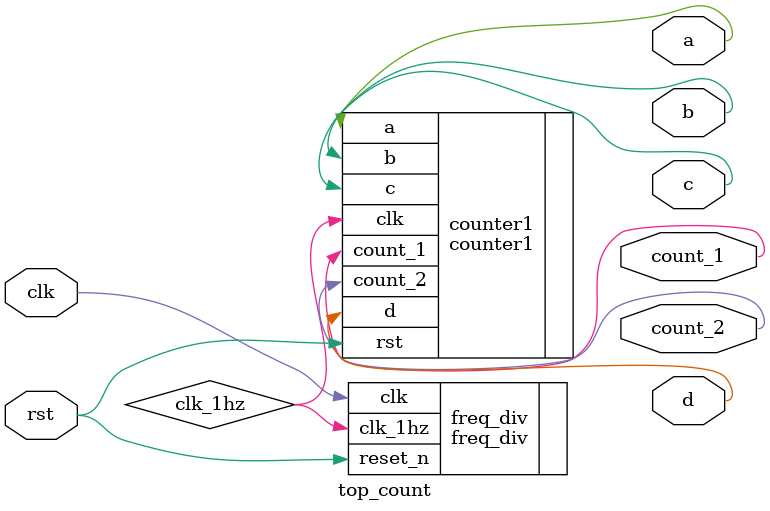
<source format=v>
`timescale 1ns / 1ps
module top_count(
    input clk,
    input rst,
    output count_1,
    output count_2,
	 output a,
	 output b,
	 output c,
	 output d
	 );
	 wire clk_1hz;
  freq_div freq_div (
  .clk (clk),
  .reset_n(rst),
  .clk_1hz (clk_1hz)
  );
   counter1 counter1 (
	.clk(clk_1hz),
	.rst(rst),
	.a(a),
	.b(b),
	.c(c),
	.d(d),
	.count_1(count_1),
	.count_2(count_2));

endmodule

</source>
